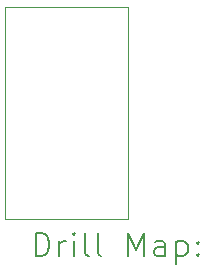
<source format=gbr>
%TF.GenerationSoftware,KiCad,Pcbnew,8.0.7*%
%TF.CreationDate,2024-12-11T02:04:08-05:00*%
%TF.ProjectId,CSAdapter,43534164-6170-4746-9572-2e6b69636164,rev?*%
%TF.SameCoordinates,Original*%
%TF.FileFunction,Drillmap*%
%TF.FilePolarity,Positive*%
%FSLAX45Y45*%
G04 Gerber Fmt 4.5, Leading zero omitted, Abs format (unit mm)*
G04 Created by KiCad (PCBNEW 8.0.7) date 2024-12-11 02:04:08*
%MOMM*%
%LPD*%
G01*
G04 APERTURE LIST*
%ADD10C,0.050000*%
%ADD11C,0.200000*%
G04 APERTURE END LIST*
D10*
X10000000Y-10000000D02*
X11040000Y-10000000D01*
X11040000Y-11800000D01*
X10000000Y-11800000D01*
X10000000Y-10000000D01*
D11*
X10258277Y-12113984D02*
X10258277Y-11913984D01*
X10258277Y-11913984D02*
X10305896Y-11913984D01*
X10305896Y-11913984D02*
X10334467Y-11923508D01*
X10334467Y-11923508D02*
X10353515Y-11942555D01*
X10353515Y-11942555D02*
X10363039Y-11961603D01*
X10363039Y-11961603D02*
X10372563Y-11999698D01*
X10372563Y-11999698D02*
X10372563Y-12028269D01*
X10372563Y-12028269D02*
X10363039Y-12066365D01*
X10363039Y-12066365D02*
X10353515Y-12085412D01*
X10353515Y-12085412D02*
X10334467Y-12104460D01*
X10334467Y-12104460D02*
X10305896Y-12113984D01*
X10305896Y-12113984D02*
X10258277Y-12113984D01*
X10458277Y-12113984D02*
X10458277Y-11980650D01*
X10458277Y-12018746D02*
X10467801Y-11999698D01*
X10467801Y-11999698D02*
X10477324Y-11990174D01*
X10477324Y-11990174D02*
X10496372Y-11980650D01*
X10496372Y-11980650D02*
X10515420Y-11980650D01*
X10582086Y-12113984D02*
X10582086Y-11980650D01*
X10582086Y-11913984D02*
X10572563Y-11923508D01*
X10572563Y-11923508D02*
X10582086Y-11933031D01*
X10582086Y-11933031D02*
X10591610Y-11923508D01*
X10591610Y-11923508D02*
X10582086Y-11913984D01*
X10582086Y-11913984D02*
X10582086Y-11933031D01*
X10705896Y-12113984D02*
X10686848Y-12104460D01*
X10686848Y-12104460D02*
X10677324Y-12085412D01*
X10677324Y-12085412D02*
X10677324Y-11913984D01*
X10810658Y-12113984D02*
X10791610Y-12104460D01*
X10791610Y-12104460D02*
X10782086Y-12085412D01*
X10782086Y-12085412D02*
X10782086Y-11913984D01*
X11039229Y-12113984D02*
X11039229Y-11913984D01*
X11039229Y-11913984D02*
X11105896Y-12056841D01*
X11105896Y-12056841D02*
X11172563Y-11913984D01*
X11172563Y-11913984D02*
X11172563Y-12113984D01*
X11353515Y-12113984D02*
X11353515Y-12009222D01*
X11353515Y-12009222D02*
X11343991Y-11990174D01*
X11343991Y-11990174D02*
X11324943Y-11980650D01*
X11324943Y-11980650D02*
X11286848Y-11980650D01*
X11286848Y-11980650D02*
X11267801Y-11990174D01*
X11353515Y-12104460D02*
X11334467Y-12113984D01*
X11334467Y-12113984D02*
X11286848Y-12113984D01*
X11286848Y-12113984D02*
X11267801Y-12104460D01*
X11267801Y-12104460D02*
X11258277Y-12085412D01*
X11258277Y-12085412D02*
X11258277Y-12066365D01*
X11258277Y-12066365D02*
X11267801Y-12047317D01*
X11267801Y-12047317D02*
X11286848Y-12037793D01*
X11286848Y-12037793D02*
X11334467Y-12037793D01*
X11334467Y-12037793D02*
X11353515Y-12028269D01*
X11448753Y-11980650D02*
X11448753Y-12180650D01*
X11448753Y-11990174D02*
X11467801Y-11980650D01*
X11467801Y-11980650D02*
X11505896Y-11980650D01*
X11505896Y-11980650D02*
X11524943Y-11990174D01*
X11524943Y-11990174D02*
X11534467Y-11999698D01*
X11534467Y-11999698D02*
X11543991Y-12018746D01*
X11543991Y-12018746D02*
X11543991Y-12075888D01*
X11543991Y-12075888D02*
X11534467Y-12094936D01*
X11534467Y-12094936D02*
X11524943Y-12104460D01*
X11524943Y-12104460D02*
X11505896Y-12113984D01*
X11505896Y-12113984D02*
X11467801Y-12113984D01*
X11467801Y-12113984D02*
X11448753Y-12104460D01*
X11629705Y-12094936D02*
X11639229Y-12104460D01*
X11639229Y-12104460D02*
X11629705Y-12113984D01*
X11629705Y-12113984D02*
X11620182Y-12104460D01*
X11620182Y-12104460D02*
X11629705Y-12094936D01*
X11629705Y-12094936D02*
X11629705Y-12113984D01*
X11629705Y-11990174D02*
X11639229Y-11999698D01*
X11639229Y-11999698D02*
X11629705Y-12009222D01*
X11629705Y-12009222D02*
X11620182Y-11999698D01*
X11620182Y-11999698D02*
X11629705Y-11990174D01*
X11629705Y-11990174D02*
X11629705Y-12009222D01*
M02*

</source>
